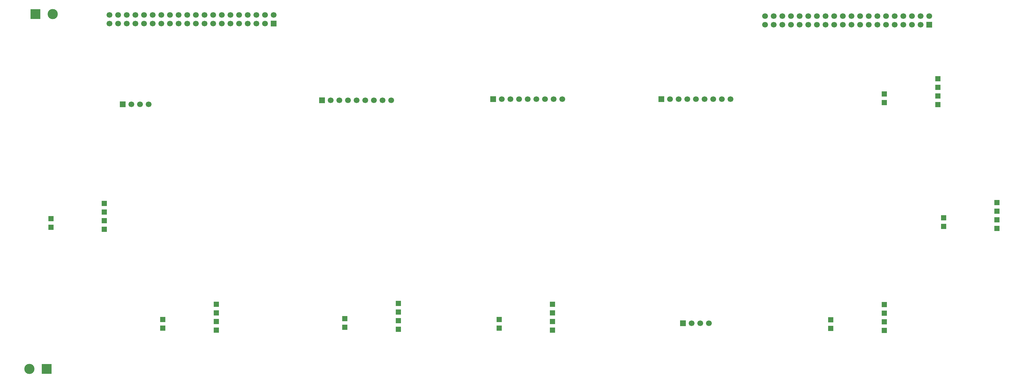
<source format=gbr>
%TF.GenerationSoftware,KiCad,Pcbnew,9.0.2*%
%TF.CreationDate,2025-07-08T20:46:09+02:00*%
%TF.ProjectId,aircond,61697263-6f6e-4642-9e6b-696361645f70,rev?*%
%TF.SameCoordinates,Original*%
%TF.FileFunction,Soldermask,Bot*%
%TF.FilePolarity,Negative*%
%FSLAX46Y46*%
G04 Gerber Fmt 4.6, Leading zero omitted, Abs format (unit mm)*
G04 Created by KiCad (PCBNEW 9.0.2) date 2025-07-08 20:46:09*
%MOMM*%
%LPD*%
G01*
G04 APERTURE LIST*
%ADD10R,3.000000X3.000000*%
%ADD11C,3.000000*%
%ADD12R,1.500000X1.500000*%
%ADD13R,1.700000X1.700000*%
%ADD14C,1.700000*%
G04 APERTURE END LIST*
D10*
%TO.C,J9*%
X71830000Y-191500000D03*
D11*
X66750000Y-191500000D03*
%TD*%
%TO.C,J8*%
X73590000Y-87000000D03*
D10*
X68510000Y-87000000D03*
%TD*%
D12*
%TO.C,KR3*%
X351150000Y-142500000D03*
X351150000Y-145040000D03*
X351150000Y-147580000D03*
X351150000Y-150120000D03*
X335450000Y-147000000D03*
X335450000Y-149540000D03*
%TD*%
%TO.C,KR5*%
X318000000Y-172550000D03*
X318000000Y-175090000D03*
X318000000Y-177630000D03*
X318000000Y-180170000D03*
X302300000Y-177050000D03*
X302300000Y-179590000D03*
%TD*%
D13*
%TO.C,J5*%
X94150000Y-113550000D03*
D14*
X96690000Y-113550000D03*
X99230000Y-113550000D03*
X101770000Y-113550000D03*
%TD*%
D12*
%TO.C,KR6*%
X333750000Y-106050000D03*
X333750000Y-108590000D03*
X333750000Y-111130000D03*
X333750000Y-113670000D03*
X318050000Y-110550000D03*
X318050000Y-113090000D03*
%TD*%
D13*
%TO.C,J3*%
X203060000Y-112050000D03*
D14*
X205600000Y-112050000D03*
X208140000Y-112050000D03*
X210680000Y-112050000D03*
X213220000Y-112050000D03*
X215760000Y-112050000D03*
X218300000Y-112050000D03*
X220840000Y-112050000D03*
X223380000Y-112050000D03*
%TD*%
D12*
%TO.C,KR7*%
X220500000Y-172450000D03*
X220500000Y-174990000D03*
X220500000Y-177530000D03*
X220500000Y-180070000D03*
X204800000Y-176950000D03*
X204800000Y-179490000D03*
%TD*%
D13*
%TO.C,J6*%
X258790000Y-178050000D03*
D14*
X261330000Y-178050000D03*
X263870000Y-178050000D03*
X266410000Y-178050000D03*
%TD*%
D12*
%TO.C,KR4*%
X175150000Y-172250000D03*
X175150000Y-174790000D03*
X175150000Y-177330000D03*
X175150000Y-179870000D03*
X159450000Y-176750000D03*
X159450000Y-179290000D03*
%TD*%
D13*
%TO.C,J4*%
X252520000Y-112050000D03*
D14*
X255060000Y-112050000D03*
X257600000Y-112050000D03*
X260140000Y-112050000D03*
X262680000Y-112050000D03*
X265220000Y-112050000D03*
X267760000Y-112050000D03*
X270300000Y-112050000D03*
X272840000Y-112050000D03*
%TD*%
D12*
%TO.C,KR1*%
X88750000Y-142750000D03*
X88750000Y-145290000D03*
X88750000Y-147830000D03*
X88750000Y-150370000D03*
X73050000Y-147250000D03*
X73050000Y-149790000D03*
%TD*%
%TO.C,KR2*%
X121650000Y-172500000D03*
X121650000Y-175040000D03*
X121650000Y-177580000D03*
X121650000Y-180120000D03*
X105950000Y-177000000D03*
X105950000Y-179540000D03*
%TD*%
D13*
%TO.C,J2*%
X152750000Y-112350000D03*
D14*
X155290000Y-112350000D03*
X157830000Y-112350000D03*
X160370000Y-112350000D03*
X162910000Y-112350000D03*
X165450000Y-112350000D03*
X167990000Y-112350000D03*
X170530000Y-112350000D03*
X173070000Y-112350000D03*
%TD*%
D13*
%TO.C,J1*%
X138530000Y-89750000D03*
D14*
X138530000Y-87210000D03*
X135990000Y-89750000D03*
X135990000Y-87210000D03*
X133450000Y-89750000D03*
X133450000Y-87210000D03*
X130910000Y-89750000D03*
X130910000Y-87210000D03*
X128370000Y-89750000D03*
X128370000Y-87210000D03*
X125830000Y-89750000D03*
X125830000Y-87210000D03*
X123290000Y-89750000D03*
X123290000Y-87210000D03*
X120750000Y-89750000D03*
X120750000Y-87210000D03*
X118210000Y-89750000D03*
X118210000Y-87210000D03*
X115670000Y-89750000D03*
X115670000Y-87210000D03*
X113130000Y-89750000D03*
X113130000Y-87210000D03*
X110590000Y-89750000D03*
X110590000Y-87210000D03*
X108050000Y-89750000D03*
X108050000Y-87210000D03*
X105510000Y-89750000D03*
X105510000Y-87210000D03*
X102970000Y-89750000D03*
X102970000Y-87210000D03*
X100430000Y-89750000D03*
X100430000Y-87210000D03*
X97890000Y-89750000D03*
X97890000Y-87210000D03*
X95350000Y-89750000D03*
X95350000Y-87210000D03*
X92810000Y-89750000D03*
X92810000Y-87210000D03*
X90270000Y-89750000D03*
X90270000Y-87210000D03*
%TD*%
D13*
%TO.C,J7*%
X331240000Y-90090000D03*
D14*
X331240000Y-87550000D03*
X328700000Y-90090000D03*
X328700000Y-87550000D03*
X326160000Y-90090000D03*
X326160000Y-87550000D03*
X323620000Y-90090000D03*
X323620000Y-87550000D03*
X321080000Y-90090000D03*
X321080000Y-87550000D03*
X318540000Y-90090000D03*
X318540000Y-87550000D03*
X316000000Y-90090000D03*
X316000000Y-87550000D03*
X313460000Y-90090000D03*
X313460000Y-87550000D03*
X310920000Y-90090000D03*
X310920000Y-87550000D03*
X308380000Y-90090000D03*
X308380000Y-87550000D03*
X305840000Y-90090000D03*
X305840000Y-87550000D03*
X303300000Y-90090000D03*
X303300000Y-87550000D03*
X300760000Y-90090000D03*
X300760000Y-87550000D03*
X298220000Y-90090000D03*
X298220000Y-87550000D03*
X295680000Y-90090000D03*
X295680000Y-87550000D03*
X293140000Y-90090000D03*
X293140000Y-87550000D03*
X290600000Y-90090000D03*
X290600000Y-87550000D03*
X288060000Y-90090000D03*
X288060000Y-87550000D03*
X285520000Y-90090000D03*
X285520000Y-87550000D03*
X282980000Y-90090000D03*
X282980000Y-87550000D03*
%TD*%
M02*

</source>
